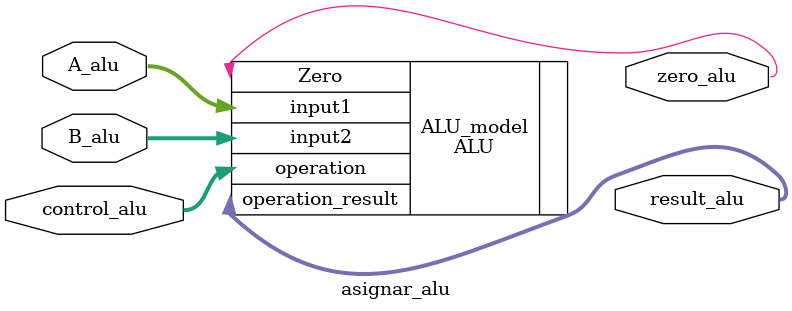
<source format=sv>
`include "../Design/ALU.sv"

module alu_conector(system_iff.modport_alu modport_alu);
    asignar_alu alu_conexion(
        .A_alu(modport_alu.A_alu),
        .B_alu(modport_alu.B_alu),
        .control_alu(modport_alu.control_alu),
        .zero_alu(modport_alu.zero_alu),
        .result_alu(modport_alu.result_alu)
    );
endmodule

module asignar_alu(
    A_alu,
    B_alu,
    control_alu,
    zero_alu,
    result_alu
);

input wire [31:0] A_alu, B_alu;
input wire [3:0] control_alu;
output wire [31:0] result_alu;
output wire zero_alu;

ALU ALU_model(
    .input1(A_alu),
    .input2(B_alu),
    .operation(control_alu),
    .operation_result(result_alu),
    .Zero(zero_alu)
);
endmodule
// End ALU connector ---------------------------------------
</source>
